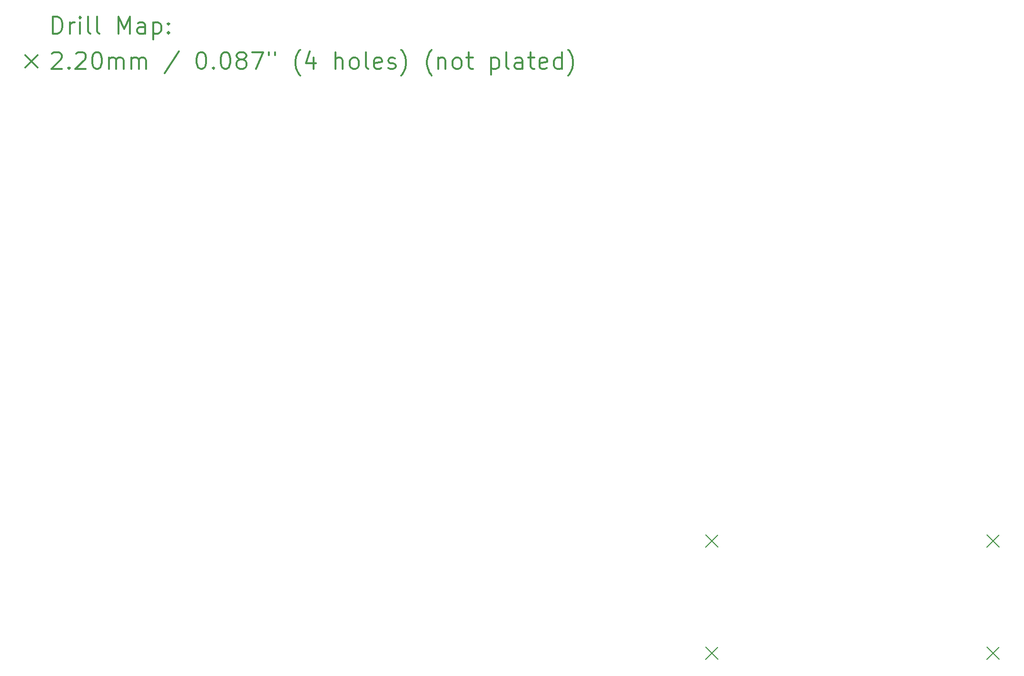
<source format=gbr>
%FSLAX45Y45*%
G04 Gerber Fmt 4.5, Leading zero omitted, Abs format (unit mm)*
G04 Created by KiCad (PCBNEW 4.0.1-stable) date 26/09/2016 11:32:56 a. m.*
%MOMM*%
G01*
G04 APERTURE LIST*
%ADD10C,0.127000*%
%ADD11C,0.200000*%
%ADD12C,0.300000*%
G04 APERTURE END LIST*
D10*
D11*
X11890000Y-9390000D02*
X12110000Y-9610000D01*
X12110000Y-9390000D02*
X11890000Y-9610000D01*
X11890000Y-11390000D02*
X12110000Y-11610000D01*
X12110000Y-11390000D02*
X11890000Y-11610000D01*
X16890000Y-9390000D02*
X17110000Y-9610000D01*
X17110000Y-9390000D02*
X16890000Y-9610000D01*
X16890000Y-11390000D02*
X17110000Y-11610000D01*
X17110000Y-11390000D02*
X16890000Y-11610000D01*
D12*
X271429Y-465714D02*
X271429Y-165714D01*
X342857Y-165714D01*
X385714Y-180000D01*
X414286Y-208571D01*
X428571Y-237143D01*
X442857Y-294286D01*
X442857Y-337143D01*
X428571Y-394286D01*
X414286Y-422857D01*
X385714Y-451429D01*
X342857Y-465714D01*
X271429Y-465714D01*
X571429Y-465714D02*
X571429Y-265714D01*
X571429Y-322857D02*
X585714Y-294286D01*
X600000Y-280000D01*
X628571Y-265714D01*
X657143Y-265714D01*
X757143Y-465714D02*
X757143Y-265714D01*
X757143Y-165714D02*
X742857Y-180000D01*
X757143Y-194286D01*
X771429Y-180000D01*
X757143Y-165714D01*
X757143Y-194286D01*
X942857Y-465714D02*
X914286Y-451429D01*
X900000Y-422857D01*
X900000Y-165714D01*
X1100000Y-465714D02*
X1071429Y-451429D01*
X1057143Y-422857D01*
X1057143Y-165714D01*
X1442857Y-465714D02*
X1442857Y-165714D01*
X1542857Y-380000D01*
X1642857Y-165714D01*
X1642857Y-465714D01*
X1914286Y-465714D02*
X1914286Y-308571D01*
X1900000Y-280000D01*
X1871429Y-265714D01*
X1814286Y-265714D01*
X1785714Y-280000D01*
X1914286Y-451429D02*
X1885714Y-465714D01*
X1814286Y-465714D01*
X1785714Y-451429D01*
X1771429Y-422857D01*
X1771429Y-394286D01*
X1785714Y-365714D01*
X1814286Y-351429D01*
X1885714Y-351429D01*
X1914286Y-337143D01*
X2057143Y-265714D02*
X2057143Y-565714D01*
X2057143Y-280000D02*
X2085714Y-265714D01*
X2142857Y-265714D01*
X2171429Y-280000D01*
X2185714Y-294286D01*
X2200000Y-322857D01*
X2200000Y-408571D01*
X2185714Y-437143D01*
X2171429Y-451429D01*
X2142857Y-465714D01*
X2085714Y-465714D01*
X2057143Y-451429D01*
X2328572Y-437143D02*
X2342857Y-451429D01*
X2328572Y-465714D01*
X2314286Y-451429D01*
X2328572Y-437143D01*
X2328572Y-465714D01*
X2328572Y-280000D02*
X2342857Y-294286D01*
X2328572Y-308571D01*
X2314286Y-294286D01*
X2328572Y-280000D01*
X2328572Y-308571D01*
X-220000Y-850000D02*
X0Y-1070000D01*
X0Y-850000D02*
X-220000Y-1070000D01*
X257143Y-824286D02*
X271429Y-810000D01*
X300000Y-795714D01*
X371429Y-795714D01*
X400000Y-810000D01*
X414286Y-824286D01*
X428571Y-852857D01*
X428571Y-881429D01*
X414286Y-924286D01*
X242857Y-1095714D01*
X428571Y-1095714D01*
X557143Y-1067143D02*
X571429Y-1081429D01*
X557143Y-1095714D01*
X542857Y-1081429D01*
X557143Y-1067143D01*
X557143Y-1095714D01*
X685714Y-824286D02*
X700000Y-810000D01*
X728571Y-795714D01*
X800000Y-795714D01*
X828571Y-810000D01*
X842857Y-824286D01*
X857143Y-852857D01*
X857143Y-881429D01*
X842857Y-924286D01*
X671429Y-1095714D01*
X857143Y-1095714D01*
X1042857Y-795714D02*
X1071429Y-795714D01*
X1100000Y-810000D01*
X1114286Y-824286D01*
X1128571Y-852857D01*
X1142857Y-910000D01*
X1142857Y-981429D01*
X1128571Y-1038571D01*
X1114286Y-1067143D01*
X1100000Y-1081429D01*
X1071429Y-1095714D01*
X1042857Y-1095714D01*
X1014286Y-1081429D01*
X1000000Y-1067143D01*
X985714Y-1038571D01*
X971429Y-981429D01*
X971429Y-910000D01*
X985714Y-852857D01*
X1000000Y-824286D01*
X1014286Y-810000D01*
X1042857Y-795714D01*
X1271429Y-1095714D02*
X1271429Y-895714D01*
X1271429Y-924286D02*
X1285714Y-910000D01*
X1314286Y-895714D01*
X1357143Y-895714D01*
X1385714Y-910000D01*
X1400000Y-938571D01*
X1400000Y-1095714D01*
X1400000Y-938571D02*
X1414286Y-910000D01*
X1442857Y-895714D01*
X1485714Y-895714D01*
X1514286Y-910000D01*
X1528571Y-938571D01*
X1528571Y-1095714D01*
X1671429Y-1095714D02*
X1671429Y-895714D01*
X1671429Y-924286D02*
X1685714Y-910000D01*
X1714286Y-895714D01*
X1757143Y-895714D01*
X1785714Y-910000D01*
X1800000Y-938571D01*
X1800000Y-1095714D01*
X1800000Y-938571D02*
X1814286Y-910000D01*
X1842857Y-895714D01*
X1885714Y-895714D01*
X1914286Y-910000D01*
X1928571Y-938571D01*
X1928571Y-1095714D01*
X2514286Y-781429D02*
X2257143Y-1167143D01*
X2900000Y-795714D02*
X2928571Y-795714D01*
X2957143Y-810000D01*
X2971428Y-824286D01*
X2985714Y-852857D01*
X3000000Y-910000D01*
X3000000Y-981429D01*
X2985714Y-1038571D01*
X2971428Y-1067143D01*
X2957143Y-1081429D01*
X2928571Y-1095714D01*
X2900000Y-1095714D01*
X2871428Y-1081429D01*
X2857143Y-1067143D01*
X2842857Y-1038571D01*
X2828571Y-981429D01*
X2828571Y-910000D01*
X2842857Y-852857D01*
X2857143Y-824286D01*
X2871428Y-810000D01*
X2900000Y-795714D01*
X3128571Y-1067143D02*
X3142857Y-1081429D01*
X3128571Y-1095714D01*
X3114286Y-1081429D01*
X3128571Y-1067143D01*
X3128571Y-1095714D01*
X3328571Y-795714D02*
X3357143Y-795714D01*
X3385714Y-810000D01*
X3400000Y-824286D01*
X3414286Y-852857D01*
X3428571Y-910000D01*
X3428571Y-981429D01*
X3414286Y-1038571D01*
X3400000Y-1067143D01*
X3385714Y-1081429D01*
X3357143Y-1095714D01*
X3328571Y-1095714D01*
X3300000Y-1081429D01*
X3285714Y-1067143D01*
X3271428Y-1038571D01*
X3257143Y-981429D01*
X3257143Y-910000D01*
X3271428Y-852857D01*
X3285714Y-824286D01*
X3300000Y-810000D01*
X3328571Y-795714D01*
X3600000Y-924286D02*
X3571428Y-910000D01*
X3557143Y-895714D01*
X3542857Y-867143D01*
X3542857Y-852857D01*
X3557143Y-824286D01*
X3571428Y-810000D01*
X3600000Y-795714D01*
X3657143Y-795714D01*
X3685714Y-810000D01*
X3700000Y-824286D01*
X3714286Y-852857D01*
X3714286Y-867143D01*
X3700000Y-895714D01*
X3685714Y-910000D01*
X3657143Y-924286D01*
X3600000Y-924286D01*
X3571428Y-938571D01*
X3557143Y-952857D01*
X3542857Y-981429D01*
X3542857Y-1038571D01*
X3557143Y-1067143D01*
X3571428Y-1081429D01*
X3600000Y-1095714D01*
X3657143Y-1095714D01*
X3685714Y-1081429D01*
X3700000Y-1067143D01*
X3714286Y-1038571D01*
X3714286Y-981429D01*
X3700000Y-952857D01*
X3685714Y-938571D01*
X3657143Y-924286D01*
X3814286Y-795714D02*
X4014286Y-795714D01*
X3885714Y-1095714D01*
X4114286Y-795714D02*
X4114286Y-852857D01*
X4228571Y-795714D02*
X4228571Y-852857D01*
X4671429Y-1210000D02*
X4657143Y-1195714D01*
X4628571Y-1152857D01*
X4614286Y-1124286D01*
X4600000Y-1081429D01*
X4585714Y-1010000D01*
X4585714Y-952857D01*
X4600000Y-881429D01*
X4614286Y-838571D01*
X4628571Y-810000D01*
X4657143Y-767143D01*
X4671429Y-752857D01*
X4914286Y-895714D02*
X4914286Y-1095714D01*
X4842857Y-781429D02*
X4771429Y-995714D01*
X4957143Y-995714D01*
X5300000Y-1095714D02*
X5300000Y-795714D01*
X5428571Y-1095714D02*
X5428571Y-938571D01*
X5414286Y-910000D01*
X5385714Y-895714D01*
X5342857Y-895714D01*
X5314286Y-910000D01*
X5300000Y-924286D01*
X5614286Y-1095714D02*
X5585714Y-1081429D01*
X5571429Y-1067143D01*
X5557143Y-1038571D01*
X5557143Y-952857D01*
X5571429Y-924286D01*
X5585714Y-910000D01*
X5614286Y-895714D01*
X5657143Y-895714D01*
X5685714Y-910000D01*
X5700000Y-924286D01*
X5714286Y-952857D01*
X5714286Y-1038571D01*
X5700000Y-1067143D01*
X5685714Y-1081429D01*
X5657143Y-1095714D01*
X5614286Y-1095714D01*
X5885714Y-1095714D02*
X5857143Y-1081429D01*
X5842857Y-1052857D01*
X5842857Y-795714D01*
X6114286Y-1081429D02*
X6085714Y-1095714D01*
X6028571Y-1095714D01*
X6000000Y-1081429D01*
X5985714Y-1052857D01*
X5985714Y-938571D01*
X6000000Y-910000D01*
X6028571Y-895714D01*
X6085714Y-895714D01*
X6114286Y-910000D01*
X6128571Y-938571D01*
X6128571Y-967143D01*
X5985714Y-995714D01*
X6242857Y-1081429D02*
X6271429Y-1095714D01*
X6328571Y-1095714D01*
X6357143Y-1081429D01*
X6371429Y-1052857D01*
X6371429Y-1038571D01*
X6357143Y-1010000D01*
X6328571Y-995714D01*
X6285714Y-995714D01*
X6257143Y-981429D01*
X6242857Y-952857D01*
X6242857Y-938571D01*
X6257143Y-910000D01*
X6285714Y-895714D01*
X6328571Y-895714D01*
X6357143Y-910000D01*
X6471428Y-1210000D02*
X6485714Y-1195714D01*
X6514286Y-1152857D01*
X6528571Y-1124286D01*
X6542857Y-1081429D01*
X6557143Y-1010000D01*
X6557143Y-952857D01*
X6542857Y-881429D01*
X6528571Y-838571D01*
X6514286Y-810000D01*
X6485714Y-767143D01*
X6471428Y-752857D01*
X7014286Y-1210000D02*
X7000000Y-1195714D01*
X6971428Y-1152857D01*
X6957143Y-1124286D01*
X6942857Y-1081429D01*
X6928571Y-1010000D01*
X6928571Y-952857D01*
X6942857Y-881429D01*
X6957143Y-838571D01*
X6971428Y-810000D01*
X7000000Y-767143D01*
X7014286Y-752857D01*
X7128571Y-895714D02*
X7128571Y-1095714D01*
X7128571Y-924286D02*
X7142857Y-910000D01*
X7171428Y-895714D01*
X7214286Y-895714D01*
X7242857Y-910000D01*
X7257143Y-938571D01*
X7257143Y-1095714D01*
X7442857Y-1095714D02*
X7414286Y-1081429D01*
X7400000Y-1067143D01*
X7385714Y-1038571D01*
X7385714Y-952857D01*
X7400000Y-924286D01*
X7414286Y-910000D01*
X7442857Y-895714D01*
X7485714Y-895714D01*
X7514286Y-910000D01*
X7528571Y-924286D01*
X7542857Y-952857D01*
X7542857Y-1038571D01*
X7528571Y-1067143D01*
X7514286Y-1081429D01*
X7485714Y-1095714D01*
X7442857Y-1095714D01*
X7628571Y-895714D02*
X7742857Y-895714D01*
X7671429Y-795714D02*
X7671429Y-1052857D01*
X7685714Y-1081429D01*
X7714286Y-1095714D01*
X7742857Y-1095714D01*
X8071429Y-895714D02*
X8071429Y-1195714D01*
X8071429Y-910000D02*
X8100000Y-895714D01*
X8157143Y-895714D01*
X8185714Y-910000D01*
X8200000Y-924286D01*
X8214286Y-952857D01*
X8214286Y-1038571D01*
X8200000Y-1067143D01*
X8185714Y-1081429D01*
X8157143Y-1095714D01*
X8100000Y-1095714D01*
X8071429Y-1081429D01*
X8385714Y-1095714D02*
X8357143Y-1081429D01*
X8342857Y-1052857D01*
X8342857Y-795714D01*
X8628572Y-1095714D02*
X8628572Y-938571D01*
X8614286Y-910000D01*
X8585714Y-895714D01*
X8528572Y-895714D01*
X8500000Y-910000D01*
X8628572Y-1081429D02*
X8600000Y-1095714D01*
X8528572Y-1095714D01*
X8500000Y-1081429D01*
X8485714Y-1052857D01*
X8485714Y-1024286D01*
X8500000Y-995714D01*
X8528572Y-981429D01*
X8600000Y-981429D01*
X8628572Y-967143D01*
X8728572Y-895714D02*
X8842857Y-895714D01*
X8771429Y-795714D02*
X8771429Y-1052857D01*
X8785714Y-1081429D01*
X8814286Y-1095714D01*
X8842857Y-1095714D01*
X9057143Y-1081429D02*
X9028572Y-1095714D01*
X8971429Y-1095714D01*
X8942857Y-1081429D01*
X8928572Y-1052857D01*
X8928572Y-938571D01*
X8942857Y-910000D01*
X8971429Y-895714D01*
X9028572Y-895714D01*
X9057143Y-910000D01*
X9071429Y-938571D01*
X9071429Y-967143D01*
X8928572Y-995714D01*
X9328572Y-1095714D02*
X9328572Y-795714D01*
X9328572Y-1081429D02*
X9300000Y-1095714D01*
X9242857Y-1095714D01*
X9214286Y-1081429D01*
X9200000Y-1067143D01*
X9185715Y-1038571D01*
X9185715Y-952857D01*
X9200000Y-924286D01*
X9214286Y-910000D01*
X9242857Y-895714D01*
X9300000Y-895714D01*
X9328572Y-910000D01*
X9442857Y-1210000D02*
X9457143Y-1195714D01*
X9485715Y-1152857D01*
X9500000Y-1124286D01*
X9514286Y-1081429D01*
X9528572Y-1010000D01*
X9528572Y-952857D01*
X9514286Y-881429D01*
X9500000Y-838571D01*
X9485715Y-810000D01*
X9457143Y-767143D01*
X9442857Y-752857D01*
M02*

</source>
